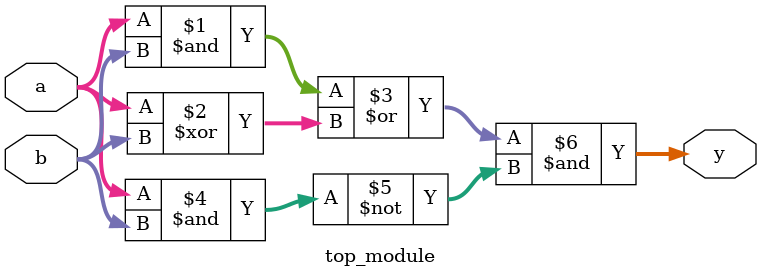
<source format=v>
module top_module (
    input  wire [7:0] a,
    input  wire [7:0] b,
    output wire [7:0] y
);
    assign y = ((a & b) | (a ^ b)) & ~(a & b);
endmodule

</source>
